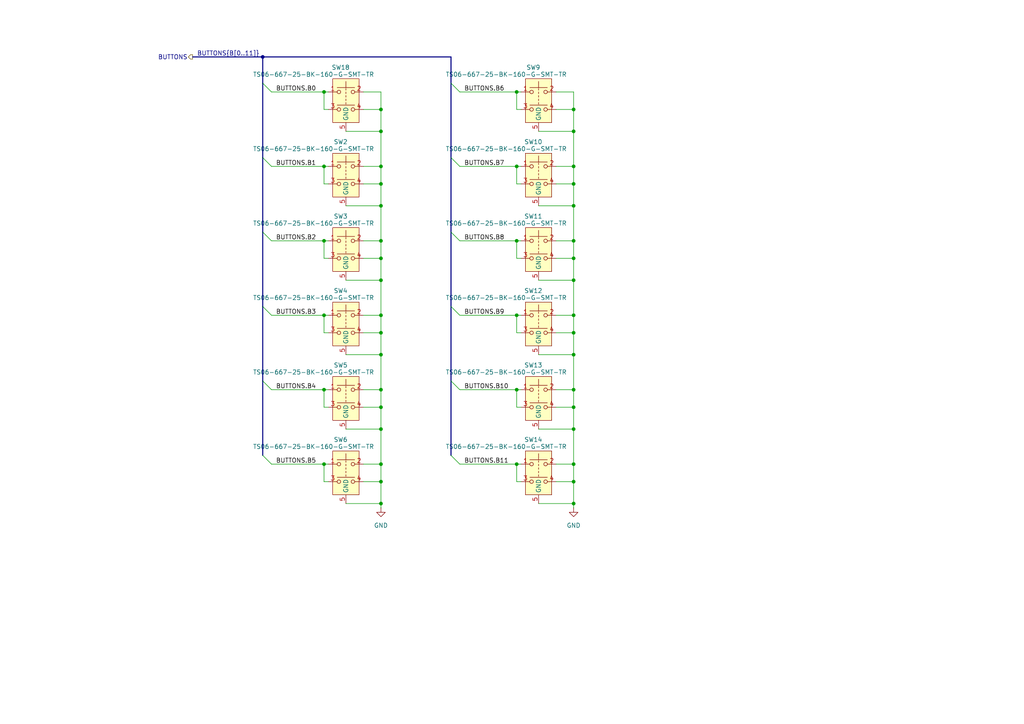
<source format=kicad_sch>
(kicad_sch (version 20250114) (generator "eeschema") (generator_version "9.0")
  (paper "A4")
  (lib_symbols
    (symbol "TS06-667-25-BK-160-G-SMT-TR_1"
      (property "Reference" "SW" (at 1.27 2.286 0))
      (property "Value" "TS06-667-25-BK-160-G-SMT-TR" (at 12.954 0.762 0))
      (symbol "TS06-667-25-BK-160-G-SMT-TR_1_0_1"
        (circle (center 1.778 -3.81) (radius 0.508))
        (circle (center 1.778 -8.89) (radius 0.508))
        (polyline (pts (xy 3.81 -2.54) (xy 3.81 -0.762)))
        (polyline (pts (xy 3.81 -3.302) (xy 3.81 -2.794)))
        (polyline (pts (xy 3.81 -4.318) (xy 3.81 -3.81)))
        (polyline (pts (xy 3.81 -5.334) (xy 3.81 -4.826)))
        (polyline (pts (xy 3.81 -5.842) (xy 3.81 -6.35)))
        (polyline (pts (xy 3.81 -6.858) (xy 3.81 -7.366)))
        (circle (center 5.842 -3.81) (radius 0.508))
        (circle (center 5.842 -8.89) (radius 0.508))
        (polyline (pts (xy 6.35 -2.54) (xy 1.27 -2.54)))
        (polyline (pts (xy 6.35 -7.62) (xy 1.27 -7.62)))
        (pin passive line (at -1.27 -3.81 0) (length 2.54) (name "") (number "1"))
        (pin passive line (at -1.27 -8.89 0) (length 2.54) (name "") (number "3"))
        (pin passive line (at 8.89 -3.81 180) (length 2.54) (name "") (number "2"))
        (pin passive line (at 8.89 -8.89 180) (length 2.54) (name "") (number "4"))
      )
      (symbol "TS06-667-25-BK-160-G-SMT-TR_1_1_1"
        (rectangle (start 0 0) (end 7.62 -12.7) (fill (type background)))
        (pin passive line (at 3.81 -15.24 90) (length 2.54) (name "GND") (number "5"))
      )
    )
    (symbol "power:GND" (power) (pin_numbers (hide yes)) (pin_names (offset 0) (hide yes))
      (property "Value" "GND" (at 0 -3.81 0))
      (symbol "GND_0_1"
        (polyline (pts (xy 0 0) (xy 0 -1.27) (xy 1.27 -1.27) (xy 0 -2.54) (xy -1.27 -1.27) (xy 0 -1.27)))
      )
      (symbol "GND_1_1"
        (pin power_in line (at 0 0 270) (length 0) (name "~") (number "1"))
      )
    )
  )
  (junction (at 149.86 69.85))
  (junction (at 166.37 38.1))
  (junction (at 166.37 31.75))
  (junction (at 110.49 91.44))
  (junction (at 166.37 124.46))
  (junction (at 110.49 113.03))
  (junction (at 149.86 48.26))
  (junction (at 166.37 69.85))
  (junction (at 110.49 96.52))
  (junction (at 166.37 53.34))
  (junction (at 110.49 139.7))
  (junction (at 166.37 96.52))
  (junction (at 166.37 113.03))
  (junction (at 110.49 102.87))
  (junction (at 93.98 91.44))
  (junction (at 149.86 113.03))
  (junction (at 110.49 31.75))
  (junction (at 93.98 113.03))
  (junction (at 110.49 53.34))
  (junction (at 93.98 69.85))
  (junction (at 166.37 102.87))
  (junction (at 166.37 74.93))
  (junction (at 93.98 134.62))
  (junction (at 149.86 26.67))
  (junction (at 166.37 48.26))
  (junction (at 149.86 91.44))
  (junction (at 110.49 38.1))
  (junction (at 149.86 134.62))
  (junction (at 76.2 16.51))
  (junction (at 166.37 59.69))
  (junction (at 166.37 81.28))
  (junction (at 110.49 74.93))
  (junction (at 110.49 146.05))
  (junction (at 110.49 59.69))
  (junction (at 93.98 26.67))
  (junction (at 166.37 118.11))
  (junction (at 93.98 48.26))
  (junction (at 110.49 48.26))
  (junction (at 166.37 139.7))
  (junction (at 166.37 91.44))
  (junction (at 110.49 81.28))
  (junction (at 166.37 134.62))
  (junction (at 110.49 134.62))
  (junction (at 166.37 146.05))
  (junction (at 110.49 124.46))
  (junction (at 110.49 118.11))
  (junction (at 110.49 69.85))
  (bus_entry (at 78.74 113.03) (size -2.54 -2.54))
  (bus_entry (at 78.74 134.62) (size -2.54 -2.54))
  (bus_entry (at 133.35 48.26) (size -2.54 -2.54))
  (bus_entry (at 133.35 69.85) (size -2.54 -2.54))
  (bus_entry (at 78.74 69.85) (size -2.54 -2.54))
  (bus_entry (at 78.74 91.44) (size -2.54 -2.54))
  (bus_entry (at 133.35 134.62) (size -2.54 -2.54))
  (bus_entry (at 133.35 26.67) (size -2.54 -2.54))
  (bus_entry (at 78.74 26.67) (size -2.54 -2.54))
  (bus_entry (at 133.35 91.44) (size -2.54 -2.54))
  (bus_entry (at 133.35 113.03) (size -2.54 -2.54))
  (bus_entry (at 78.74 48.26) (size -2.54 -2.54))
  (wire (pts (xy 95.25 139.7) (xy 93.98 139.7)))
  (wire (pts (xy 100.33 38.1) (xy 110.49 38.1)))
  (wire (pts (xy 149.86 74.93) (xy 149.86 69.85)))
  (wire (pts (xy 151.13 69.85) (xy 149.86 69.85)))
  (wire (pts (xy 156.21 146.05) (xy 166.37 146.05)))
  (wire (pts (xy 151.13 31.75) (xy 149.86 31.75)))
  (wire (pts (xy 166.37 31.75) (xy 166.37 38.1)))
  (wire (pts (xy 110.49 102.87) (xy 110.49 113.03)))
  (wire (pts (xy 166.37 96.52) (xy 166.37 102.87)))
  (wire (pts (xy 166.37 53.34) (xy 161.29 53.34)))
  (wire (pts (xy 166.37 81.28) (xy 166.37 91.44)))
  (wire (pts (xy 110.49 69.85) (xy 105.41 69.85)))
  (bus (pts (xy 130.81 88.9) (xy 130.81 67.31)))
  (wire (pts (xy 93.98 139.7) (xy 93.98 134.62)))
  (wire (pts (xy 95.25 134.62) (xy 93.98 134.62)))
  (wire (pts (xy 95.25 31.75) (xy 93.98 31.75)))
  (wire (pts (xy 151.13 134.62) (xy 149.86 134.62)))
  (wire (pts (xy 93.98 74.93) (xy 93.98 69.85)))
  (wire (pts (xy 100.33 102.87) (xy 110.49 102.87)))
  (wire (pts (xy 95.25 96.52) (xy 93.98 96.52)))
  (wire (pts (xy 166.37 139.7) (xy 161.29 139.7)))
  (wire (pts (xy 166.37 96.52) (xy 161.29 96.52)))
  (wire (pts (xy 93.98 48.26) (xy 78.74 48.26)))
  (wire (pts (xy 151.13 113.03) (xy 149.86 113.03)))
  (bus (pts (xy 76.2 88.9) (xy 76.2 67.31)))
  (wire (pts (xy 110.49 96.52) (xy 110.49 102.87)))
  (wire (pts (xy 110.49 113.03) (xy 110.49 118.11)))
  (wire (pts (xy 156.21 124.46) (xy 166.37 124.46)))
  (wire (pts (xy 110.49 134.62) (xy 110.49 139.7)))
  (bus (pts (xy 130.81 45.72) (xy 130.81 24.13)))
  (wire (pts (xy 110.49 48.26) (xy 105.41 48.26)))
  (wire (pts (xy 110.49 118.11) (xy 105.41 118.11)))
  (wire (pts (xy 78.74 26.67) (xy 93.98 26.67)))
  (wire (pts (xy 166.37 26.67) (xy 166.37 31.75)))
  (wire (pts (xy 166.37 31.75) (xy 161.29 31.75)))
  (bus (pts (xy 76.2 132.08) (xy 76.2 110.49)))
  (wire (pts (xy 151.13 139.7) (xy 149.86 139.7)))
  (wire (pts (xy 166.37 118.11) (xy 161.29 118.11)))
  (wire (pts (xy 93.98 53.34) (xy 93.98 48.26)))
  (wire (pts (xy 95.25 91.44) (xy 93.98 91.44)))
  (wire (pts (xy 110.49 69.85) (xy 110.49 74.93)))
  (bus (pts (xy 55.88 16.51) (xy 76.2 16.51)))
  (wire (pts (xy 133.35 48.26) (xy 149.86 48.26)))
  (wire (pts (xy 149.86 53.34) (xy 149.86 48.26)))
  (wire (pts (xy 93.98 69.85) (xy 78.74 69.85)))
  (wire (pts (xy 110.49 139.7) (xy 105.41 139.7)))
  (wire (pts (xy 156.21 38.1) (xy 166.37 38.1)))
  (wire (pts (xy 166.37 113.03) (xy 166.37 118.11)))
  (bus (pts (xy 76.2 110.49) (xy 76.2 88.9)))
  (wire (pts (xy 151.13 118.11) (xy 149.86 118.11)))
  (wire (pts (xy 166.37 124.46) (xy 166.37 134.62)))
  (wire (pts (xy 156.21 81.28) (xy 166.37 81.28)))
  (wire (pts (xy 110.49 59.69) (xy 110.49 69.85)))
  (wire (pts (xy 149.86 31.75) (xy 149.86 26.67)))
  (wire (pts (xy 166.37 118.11) (xy 166.37 124.46)))
  (wire (pts (xy 166.37 38.1) (xy 166.37 48.26)))
  (wire (pts (xy 110.49 134.62) (xy 105.41 134.62)))
  (wire (pts (xy 110.49 91.44) (xy 110.49 96.52)))
  (wire (pts (xy 110.49 26.67) (xy 110.49 31.75)))
  (wire (pts (xy 93.98 96.52) (xy 93.98 91.44)))
  (wire (pts (xy 166.37 139.7) (xy 166.37 146.05)))
  (wire (pts (xy 166.37 134.62) (xy 161.29 134.62)))
  (bus (pts (xy 130.81 16.51) (xy 76.2 16.51)))
  (wire (pts (xy 95.25 118.11) (xy 93.98 118.11)))
  (wire (pts (xy 166.37 102.87) (xy 166.37 113.03)))
  (bus (pts (xy 130.81 24.13) (xy 130.81 16.51)))
  (bus (pts (xy 130.81 110.49) (xy 130.81 88.9)))
  (wire (pts (xy 149.86 96.52) (xy 149.86 91.44)))
  (wire (pts (xy 95.25 53.34) (xy 93.98 53.34)))
  (wire (pts (xy 166.37 146.05) (xy 166.37 147.32)))
  (wire (pts (xy 95.25 48.26) (xy 93.98 48.26)))
  (wire (pts (xy 156.21 102.87) (xy 166.37 102.87)))
  (wire (pts (xy 110.49 146.05) (xy 110.49 147.32)))
  (wire (pts (xy 100.33 81.28) (xy 110.49 81.28)))
  (wire (pts (xy 166.37 48.26) (xy 166.37 53.34)))
  (wire (pts (xy 100.33 146.05) (xy 110.49 146.05)))
  (wire (pts (xy 110.49 74.93) (xy 110.49 81.28)))
  (wire (pts (xy 110.49 31.75) (xy 110.49 38.1)))
  (bus (pts (xy 76.2 24.13) (xy 76.2 16.51)))
  (bus (pts (xy 76.2 45.72) (xy 76.2 24.13)))
  (wire (pts (xy 156.21 59.69) (xy 166.37 59.69)))
  (wire (pts (xy 95.25 74.93) (xy 93.98 74.93)))
  (wire (pts (xy 151.13 26.67) (xy 149.86 26.67)))
  (wire (pts (xy 166.37 113.03) (xy 161.29 113.03)))
  (wire (pts (xy 166.37 134.62) (xy 166.37 139.7)))
  (wire (pts (xy 93.98 31.75) (xy 93.98 26.67)))
  (wire (pts (xy 110.49 81.28) (xy 110.49 91.44)))
  (wire (pts (xy 110.49 74.93) (xy 105.41 74.93)))
  (wire (pts (xy 95.25 69.85) (xy 93.98 69.85)))
  (wire (pts (xy 110.49 26.67) (xy 105.41 26.67)))
  (wire (pts (xy 110.49 96.52) (xy 105.41 96.52)))
  (wire (pts (xy 95.25 113.03) (xy 93.98 113.03)))
  (wire (pts (xy 166.37 74.93) (xy 161.29 74.93)))
  (wire (pts (xy 110.49 118.11) (xy 110.49 124.46)))
  (wire (pts (xy 93.98 134.62) (xy 78.74 134.62)))
  (wire (pts (xy 110.49 91.44) (xy 105.41 91.44)))
  (wire (pts (xy 93.98 118.11) (xy 93.98 113.03)))
  (wire (pts (xy 166.37 74.93) (xy 166.37 81.28)))
  (wire (pts (xy 95.25 26.67) (xy 93.98 26.67)))
  (wire (pts (xy 166.37 26.67) (xy 161.29 26.67)))
  (wire (pts (xy 166.37 91.44) (xy 161.29 91.44)))
  (wire (pts (xy 110.49 31.75) (xy 105.41 31.75)))
  (wire (pts (xy 110.49 48.26) (xy 110.49 53.34)))
  (wire (pts (xy 93.98 113.03) (xy 78.74 113.03)))
  (wire (pts (xy 133.35 26.67) (xy 149.86 26.67)))
  (wire (pts (xy 151.13 74.93) (xy 149.86 74.93)))
  (wire (pts (xy 93.98 91.44) (xy 78.74 91.44)))
  (wire (pts (xy 110.49 139.7) (xy 110.49 146.05)))
  (wire (pts (xy 166.37 69.85) (xy 166.37 74.93)))
  (wire (pts (xy 133.35 134.62) (xy 149.86 134.62)))
  (bus (pts (xy 76.2 45.72) (xy 76.2 67.31)))
  (wire (pts (xy 151.13 96.52) (xy 149.86 96.52)))
  (wire (pts (xy 110.49 53.34) (xy 110.49 59.69)))
  (bus (pts (xy 130.81 45.72) (xy 130.81 67.31)))
  (wire (pts (xy 110.49 38.1) (xy 110.49 48.26)))
  (wire (pts (xy 166.37 53.34) (xy 166.37 59.69)))
  (wire (pts (xy 110.49 113.03) (xy 105.41 113.03)))
  (bus (pts (xy 130.81 132.08) (xy 130.81 110.49)))
  (wire (pts (xy 110.49 53.34) (xy 105.41 53.34)))
  (wire (pts (xy 166.37 59.69) (xy 166.37 69.85)))
  (wire (pts (xy 149.86 118.11) (xy 149.86 113.03)))
  (wire (pts (xy 133.35 113.03) (xy 149.86 113.03)))
  (wire (pts (xy 166.37 69.85) (xy 161.29 69.85)))
  (wire (pts (xy 151.13 48.26) (xy 149.86 48.26)))
  (wire (pts (xy 151.13 91.44) (xy 149.86 91.44)))
  (wire (pts (xy 133.35 69.85) (xy 149.86 69.85)))
  (wire (pts (xy 149.86 139.7) (xy 149.86 134.62)))
  (wire (pts (xy 100.33 124.46) (xy 110.49 124.46)))
  (wire (pts (xy 110.49 124.46) (xy 110.49 134.62)))
  (wire (pts (xy 133.35 91.44) (xy 149.86 91.44)))
  (wire (pts (xy 151.13 53.34) (xy 149.86 53.34)))
  (wire (pts (xy 166.37 91.44) (xy 166.37 96.52)))
  (wire (pts (xy 100.33 59.69) (xy 110.49 59.69)))
  (wire (pts (xy 166.37 48.26) (xy 161.29 48.26)))
  (label "BUTTONS.B5" (at 80.01 134.62 0))
  (label "BUTTONS{B[0..11]}" (at 57.15 16.51 0))
  (label "BUTTONS.B0" (at 80.01 26.67 0))
  (label "BUTTONS.B9" (at 134.62 91.44 0))
  (label "BUTTONS.B10" (at 134.62 113.03 0))
  (label "BUTTONS.B6" (at 134.62 26.67 0))
  (label "BUTTONS.B3" (at 80.01 91.44 0))
  (label "BUTTONS.B7" (at 134.62 48.26 0))
  (label "BUTTONS.B8" (at 134.62 69.85 0))
  (label "BUTTONS.B4" (at 80.01 113.03 0))
  (label "BUTTONS.B11" (at 134.62 134.62 0))
  (label "BUTTONS.B2" (at 80.01 69.85 0))
  (label "BUTTONS.B1" (at 80.01 48.26 0))
  (hierarchical_label "BUTTONS" (shape output) (at 55.88 16.51 180))
  (symbol (lib_id "power:GND") (at 110.49 147.32 0) (unit 1)
    (property "Reference" "#PWR0157" (effects (hide yes)))
    (property "Value" "GND" (at 110.49 152.4 0))
    (property "Description" "Power symbol creates a global label with name \"GND\" , ground" (effects (hide yes)))
  )
  (symbol (lib_name "TS06-667-25-BK-160-G-SMT-TR_1") (lib_id "symbol-library:TS06-667-25-BK-160-G-SMT-TR") (at 96.52 87.63 0) (unit 1)
    (property "Reference" "SW4" (at 98.806 84.328 0))
    (property "Value" "TS06-667-25-BK-160-G-SMT-TR" (at 90.932 86.36 0))
    (property "Footprint" "footprint-library:TS06-667-25-BK-160-G-SMT-TR" (effects (hide yes)))
  )
  (symbol (lib_name "TS06-667-25-BK-160-G-SMT-TR_1") (lib_id "symbol-library:TS06-667-25-BK-160-G-SMT-TR") (at 152.4 44.45 0) (unit 1)
    (property "Reference" "SW10" (at 154.686 41.148 0))
    (property "Value" "TS06-667-25-BK-160-G-SMT-TR" (at 146.812 43.18 0))
    (property "Footprint" "footprint-library:TS06-667-25-BK-160-G-SMT-TR" (effects (hide yes)))
  )
  (symbol (lib_name "TS06-667-25-BK-160-G-SMT-TR_1") (lib_id "symbol-library:TS06-667-25-BK-160-G-SMT-TR") (at 152.4 87.63 0) (unit 1)
    (property "Reference" "SW12" (at 154.686 84.328 0))
    (property "Value" "TS06-667-25-BK-160-G-SMT-TR" (at 146.812 86.36 0))
    (property "Footprint" "footprint-library:TS06-667-25-BK-160-G-SMT-TR" (effects (hide yes)))
  )
  (symbol (lib_name "TS06-667-25-BK-160-G-SMT-TR_1") (lib_id "symbol-library:TS06-667-25-BK-160-G-SMT-TR") (at 152.4 66.04 0) (unit 1)
    (property "Reference" "SW11" (at 154.686 62.738 0))
    (property "Value" "TS06-667-25-BK-160-G-SMT-TR" (at 146.812 64.77 0))
    (property "Footprint" "footprint-library:TS06-667-25-BK-160-G-SMT-TR" (effects (hide yes)))
  )
  (symbol (lib_name "TS06-667-25-BK-160-G-SMT-TR_1") (lib_id "symbol-library:TS06-667-25-BK-160-G-SMT-TR") (at 96.52 44.45 0) (unit 1)
    (property "Reference" "SW2" (at 98.806 41.148 0))
    (property "Value" "TS06-667-25-BK-160-G-SMT-TR" (at 90.932 43.18 0))
    (property "Footprint" "footprint-library:TS06-667-25-BK-160-G-SMT-TR" (effects (hide yes)))
  )
  (symbol (lib_name "TS06-667-25-BK-160-G-SMT-TR_1") (lib_id "symbol-library:TS06-667-25-BK-160-G-SMT-TR") (at 96.52 130.81 0) (unit 1)
    (property "Reference" "SW6" (at 98.806 127.508 0))
    (property "Value" "TS06-667-25-BK-160-G-SMT-TR" (at 90.932 129.54 0))
    (property "Footprint" "footprint-library:TS06-667-25-BK-160-G-SMT-TR" (effects (hide yes)))
  )
  (symbol (lib_name "TS06-667-25-BK-160-G-SMT-TR_1") (lib_id "symbol-library:TS06-667-25-BK-160-G-SMT-TR") (at 96.52 66.04 0) (unit 1)
    (property "Reference" "SW3" (at 98.806 62.738 0))
    (property "Value" "TS06-667-25-BK-160-G-SMT-TR" (at 90.932 64.77 0))
    (property "Footprint" "footprint-library:TS06-667-25-BK-160-G-SMT-TR" (effects (hide yes)))
  )
  (symbol (lib_name "TS06-667-25-BK-160-G-SMT-TR_1") (lib_id "symbol-library:TS06-667-25-BK-160-G-SMT-TR") (at 152.4 109.22 0) (unit 1)
    (property "Reference" "SW13" (at 154.686 105.918 0))
    (property "Value" "TS06-667-25-BK-160-G-SMT-TR" (at 146.812 107.95 0))
    (property "Footprint" "footprint-library:TS06-667-25-BK-160-G-SMT-TR" (effects (hide yes)))
  )
  (symbol (lib_name "TS06-667-25-BK-160-G-SMT-TR_1") (lib_id "symbol-library:TS06-667-25-BK-160-G-SMT-TR") (at 152.4 130.81 0) (unit 1)
    (property "Reference" "SW14" (at 154.686 127.508 0))
    (property "Value" "TS06-667-25-BK-160-G-SMT-TR" (at 146.812 129.54 0))
    (property "Footprint" "footprint-library:TS06-667-25-BK-160-G-SMT-TR" (effects (hide yes)))
  )
  (symbol (lib_name "TS06-667-25-BK-160-G-SMT-TR_1") (lib_id "symbol-library:TS06-667-25-BK-160-G-SMT-TR") (at 96.52 109.22 0) (unit 1)
    (property "Reference" "SW5" (at 98.806 105.918 0))
    (property "Value" "TS06-667-25-BK-160-G-SMT-TR" (at 90.932 107.95 0))
    (property "Footprint" "footprint-library:TS06-667-25-BK-160-G-SMT-TR" (effects (hide yes)))
  )
  (symbol (lib_id "power:GND") (at 166.37 147.32 0) (unit 1)
    (property "Reference" "#PWR0158" (effects (hide yes)))
    (property "Value" "GND" (at 166.37 152.4 0))
    (property "Description" "Power symbol creates a global label with name \"GND\" , ground" (effects (hide yes)))
  )
  (symbol (lib_name "TS06-667-25-BK-160-G-SMT-TR_1") (lib_id "symbol-library:TS06-667-25-BK-160-G-SMT-TR") (at 96.52 22.86 0) (unit 1)
    (property "Reference" "SW18" (at 98.806 19.558 0))
    (property "Value" "TS06-667-25-BK-160-G-SMT-TR" (at 90.932 21.59 0))
    (property "Footprint" "footprint-library:TS06-667-25-BK-160-G-SMT-TR" (effects (hide yes)))
  )
  (symbol (lib_name "TS06-667-25-BK-160-G-SMT-TR_1") (lib_id "symbol-library:TS06-667-25-BK-160-G-SMT-TR") (at 152.4 22.86 0) (unit 1)
    (property "Reference" "SW9" (at 154.686 19.558 0))
    (property "Value" "TS06-667-25-BK-160-G-SMT-TR" (at 146.812 21.59 0))
    (property "Footprint" "footprint-library:TS06-667-25-BK-160-G-SMT-TR" (effects (hide yes)))
  )
)
</source>
